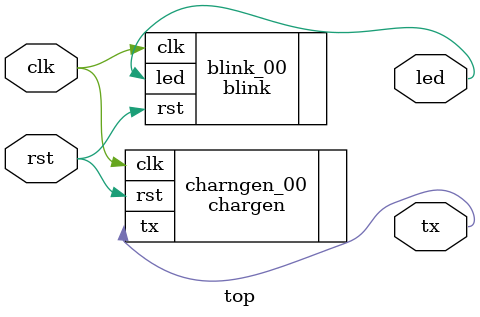
<source format=v>
`timescale 1ns / 1ps

module top (
    input clk,
    input rst,
    output led,
    output tx
);

    blink blink_00(.clk(clk), .rst(rst), .led(led));
    chargen charngen_00(.clk(clk), .rst(rst), .tx(tx));

endmodule

</source>
